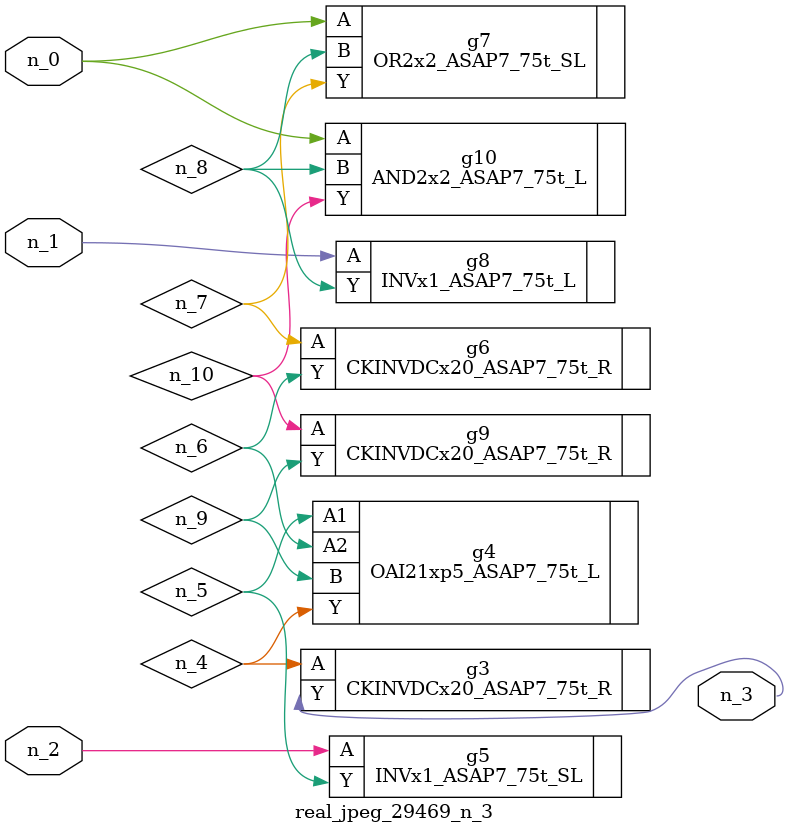
<source format=v>
module real_jpeg_29469_n_3 (n_1, n_0, n_2, n_3);

input n_1;
input n_0;
input n_2;

output n_3;

wire n_5;
wire n_4;
wire n_8;
wire n_6;
wire n_7;
wire n_10;
wire n_9;

OR2x2_ASAP7_75t_SL g7 ( 
.A(n_0),
.B(n_8),
.Y(n_7)
);

AND2x2_ASAP7_75t_L g10 ( 
.A(n_0),
.B(n_8),
.Y(n_10)
);

INVx1_ASAP7_75t_L g8 ( 
.A(n_1),
.Y(n_8)
);

INVx1_ASAP7_75t_SL g5 ( 
.A(n_2),
.Y(n_5)
);

CKINVDCx20_ASAP7_75t_R g3 ( 
.A(n_4),
.Y(n_3)
);

OAI21xp5_ASAP7_75t_L g4 ( 
.A1(n_5),
.A2(n_6),
.B(n_9),
.Y(n_4)
);

CKINVDCx20_ASAP7_75t_R g6 ( 
.A(n_7),
.Y(n_6)
);

CKINVDCx20_ASAP7_75t_R g9 ( 
.A(n_10),
.Y(n_9)
);


endmodule
</source>
